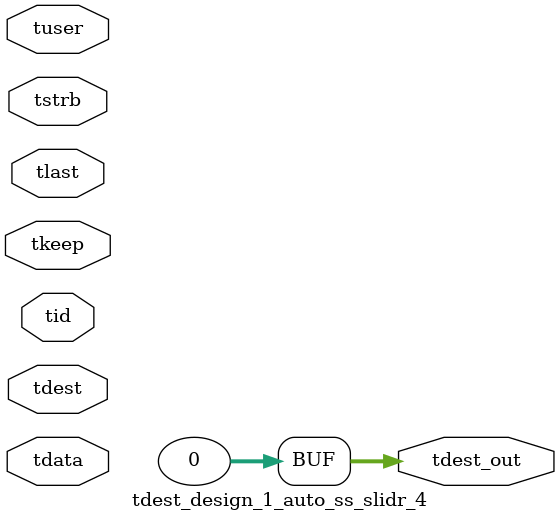
<source format=v>


`timescale 1ps/1ps

module tdest_design_1_auto_ss_slidr_4 #
(
parameter C_S_AXIS_TDATA_WIDTH = 32,
parameter C_S_AXIS_TUSER_WIDTH = 0,
parameter C_S_AXIS_TID_WIDTH   = 0,
parameter C_S_AXIS_TDEST_WIDTH = 0,
parameter C_M_AXIS_TDEST_WIDTH = 32
)
(
input  [(C_S_AXIS_TDATA_WIDTH == 0 ? 1 : C_S_AXIS_TDATA_WIDTH)-1:0     ] tdata,
input  [(C_S_AXIS_TUSER_WIDTH == 0 ? 1 : C_S_AXIS_TUSER_WIDTH)-1:0     ] tuser,
input  [(C_S_AXIS_TID_WIDTH   == 0 ? 1 : C_S_AXIS_TID_WIDTH)-1:0       ] tid,
input  [(C_S_AXIS_TDEST_WIDTH == 0 ? 1 : C_S_AXIS_TDEST_WIDTH)-1:0     ] tdest,
input  [(C_S_AXIS_TDATA_WIDTH/8)-1:0 ] tkeep,
input  [(C_S_AXIS_TDATA_WIDTH/8)-1:0 ] tstrb,
input                                                                    tlast,
output [C_M_AXIS_TDEST_WIDTH-1:0] tdest_out
);

assign tdest_out = {1'b0};

endmodule


</source>
